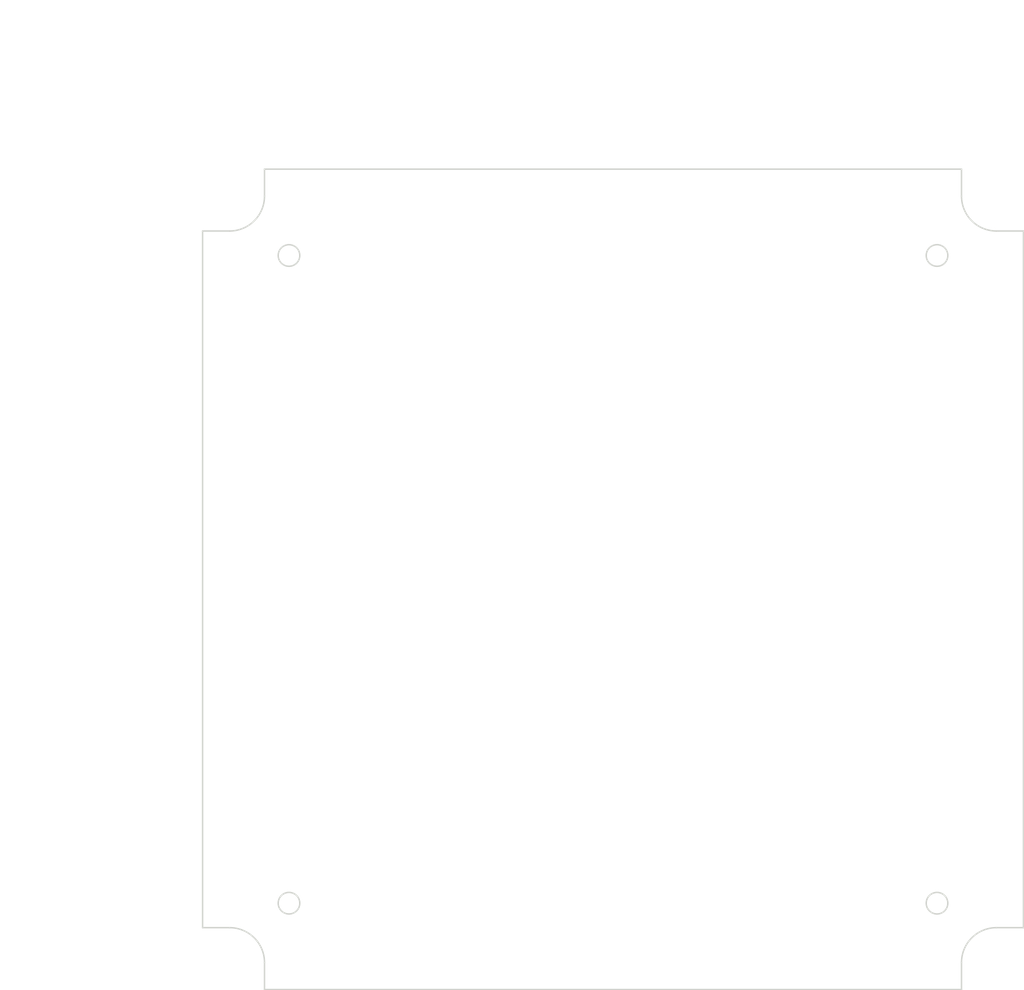
<source format=kicad_pcb>
(kicad_pcb (version 20171130) (host pcbnew "(5.1.0)-1")

  (general
    (thickness 1.6)
    (drawings 65)
    (tracks 0)
    (zones 0)
    (modules 0)
    (nets 1)
  )

  (page A4)
  (layers
    (0 F.Cu signal)
    (31 B.Cu signal)
    (32 B.Adhes user)
    (33 F.Adhes user)
    (34 B.Paste user)
    (35 F.Paste user)
    (36 B.SilkS user)
    (37 F.SilkS user)
    (38 B.Mask user)
    (39 F.Mask user)
    (40 Dwgs.User user)
    (41 Cmts.User user)
    (42 Eco1.User user)
    (43 Eco2.User user)
    (44 Edge.Cuts user)
    (45 Margin user)
    (46 B.CrtYd user)
    (47 F.CrtYd user)
    (48 B.Fab user)
    (49 F.Fab user)
  )

  (setup
    (last_trace_width 0.25)
    (trace_clearance 0.2)
    (zone_clearance 0.508)
    (zone_45_only no)
    (trace_min 0.2)
    (via_size 0.8)
    (via_drill 0.4)
    (via_min_size 0.4)
    (via_min_drill 0.3)
    (uvia_size 0.3)
    (uvia_drill 0.1)
    (uvias_allowed no)
    (uvia_min_size 0.2)
    (uvia_min_drill 0.1)
    (edge_width 0.05)
    (segment_width 0.2)
    (pcb_text_width 0.3)
    (pcb_text_size 1.5 1.5)
    (mod_edge_width 0.12)
    (mod_text_size 1 1)
    (mod_text_width 0.15)
    (pad_size 1.524 1.524)
    (pad_drill 0.762)
    (pad_to_mask_clearance 0.051)
    (solder_mask_min_width 0.25)
    (aux_axis_origin 0 0)
    (visible_elements FFFFFF7F)
    (pcbplotparams
      (layerselection 0x010fc_ffffffff)
      (usegerberextensions false)
      (usegerberattributes false)
      (usegerberadvancedattributes false)
      (creategerberjobfile false)
      (excludeedgelayer true)
      (linewidth 0.152400)
      (plotframeref false)
      (viasonmask false)
      (mode 1)
      (useauxorigin false)
      (hpglpennumber 1)
      (hpglpenspeed 20)
      (hpglpendiameter 15.000000)
      (psnegative false)
      (psa4output false)
      (plotreference true)
      (plotvalue true)
      (plotinvisibletext false)
      (padsonsilk false)
      (subtractmaskfromsilk false)
      (outputformat 1)
      (mirror false)
      (drillshape 1)
      (scaleselection 1)
      (outputdirectory ""))
  )

  (net 0 "")

  (net_class Default "This is the default net class."
    (clearance 0.2)
    (trace_width 0.25)
    (via_dia 0.8)
    (via_drill 0.4)
    (uvia_dia 0.3)
    (uvia_drill 0.1)
  )

  (gr_line (start 100.247493 152.764786) (end 100.247493 156.514786) (layer Edge.Cuts) (width 0.2))
  (gr_line (start 100.247493 156.514786) (end 197.047493 156.514786) (layer Edge.Cuts) (width 0.2))
  (gr_line (start 197.047493 156.514786) (end 197.047493 152.764786) (layer Edge.Cuts) (width 0.2))
  (gr_arc (start 201.897493 152.764786) (end 201.897493 147.914786) (angle -90) (layer Edge.Cuts) (width 0.2))
  (gr_line (start 201.897493 147.914786) (end 205.647493 147.914786) (layer Edge.Cuts) (width 0.2))
  (gr_line (start 205.647493 147.914786) (end 205.647493 51.114786) (layer Edge.Cuts) (width 0.2))
  (gr_line (start 205.647493 51.114786) (end 201.897493 51.114786) (layer Edge.Cuts) (width 0.2))
  (gr_arc (start 201.897493 46.264786) (end 197.047493 46.264786) (angle -90) (layer Edge.Cuts) (width 0.2))
  (gr_line (start 197.047493 46.264786) (end 197.047493 42.514786) (layer Edge.Cuts) (width 0.2))
  (gr_line (start 197.047493 42.514786) (end 100.247493 42.514786) (layer Edge.Cuts) (width 0.2))
  (gr_line (start 100.247493 42.514786) (end 100.247493 46.264786) (layer Edge.Cuts) (width 0.2))
  (gr_arc (start 95.397493 46.264786) (end 95.397493 51.114786) (angle -90) (layer Edge.Cuts) (width 0.2))
  (gr_line (start 95.397493 51.114786) (end 91.647493 51.114786) (layer Edge.Cuts) (width 0.2))
  (gr_line (start 91.647493 51.114786) (end 91.647493 147.914786) (layer Edge.Cuts) (width 0.2))
  (gr_line (start 91.647493 147.914786) (end 95.397493 147.914786) (layer Edge.Cuts) (width 0.2))
  (gr_arc (start 95.397493 152.764786) (end 100.247493 152.764786) (angle -90) (layer Edge.Cuts) (width 0.2))
  (gr_circle (center 103.647493 144.514786) (end 105.147493 144.514786) (layer Edge.Cuts) (width 0.2))
  (gr_circle (center 193.647493 54.514786) (end 195.147493 54.514786) (layer Edge.Cuts) (width 0.2))
  (gr_circle (center 103.647493 54.514786) (end 105.147493 54.514786) (layer Edge.Cuts) (width 0.2))
  (gr_circle (center 193.647493 144.514786) (end 195.147493 144.514786) (layer Edge.Cuts) (width 0.2))
  (gr_text [4.49] (at 68.267903 101.404247) (layer Dwgs.User)
    (effects (font (size 1.7 1.53) (thickness 0.2125)))
  )
  (gr_text " 114.00" (at 68.267903 97.846812) (layer Dwgs.User)
    (effects (font (size 1.7 1.53) (thickness 0.2125)))
  )
  (gr_line (start 68.267903 154.514786) (end 68.267903 103.072221) (layer Dwgs.User) (width 0.2))
  (gr_line (start 68.267903 44.514786) (end 68.267903 95.957351) (layer Dwgs.User) (width 0.2))
  (gr_line (start 99.247493 156.514786) (end 65.092903 156.514786) (layer Dwgs.User) (width 0.2))
  (gr_line (start 99.247493 42.514786) (end 65.092903 42.514786) (layer Dwgs.User) (width 0.2))
  (gr_text [4.49] (at 148.647493 24.17978) (layer Dwgs.User)
    (effects (font (size 1.7 1.53) (thickness 0.2125)))
  )
  (gr_text " 114.00" (at 148.647493 20.622345) (layer Dwgs.User)
    (effects (font (size 1.7 1.53) (thickness 0.2125)))
  )
  (gr_line (start 93.647493 22.290319) (end 143.942479 22.290319) (layer Dwgs.User) (width 0.2))
  (gr_line (start 203.647493 22.290319) (end 153.352507 22.290319) (layer Dwgs.User) (width 0.2))
  (gr_line (start 91.647493 50.114786) (end 91.647493 19.115319) (layer Dwgs.User) (width 0.2))
  (gr_line (start 205.647493 50.114786) (end 205.647493 19.115319) (layer Dwgs.User) (width 0.2))
  (gr_text [3.81] (at 148.647493 31.732374) (layer Dwgs.User)
    (effects (font (size 1.7 1.53) (thickness 0.2125)))
  )
  (gr_text " 96.80" (at 148.647493 28.174939) (layer Dwgs.User)
    (effects (font (size 1.7 1.53) (thickness 0.2125)))
  )
  (gr_line (start 102.247493 29.842913) (end 144.602882 29.842913) (layer Dwgs.User) (width 0.2))
  (gr_line (start 195.047493 29.842913) (end 152.692104 29.842913) (layer Dwgs.User) (width 0.2))
  (gr_line (start 100.247493 41.514786) (end 100.247493 26.667913) (layer Dwgs.User) (width 0.2))
  (gr_line (start 197.047493 41.514786) (end 197.047493 26.667913) (layer Dwgs.User) (width 0.2))
  (gr_text [3.81] (at 77.643536 101.404247) (layer Dwgs.User)
    (effects (font (size 1.7 1.53) (thickness 0.2125)))
  )
  (gr_text " 96.80" (at 77.643536 97.846812) (layer Dwgs.User)
    (effects (font (size 1.7 1.53) (thickness 0.2125)))
  )
  (gr_line (start 77.643536 145.914786) (end 77.643536 103.072221) (layer Dwgs.User) (width 0.2))
  (gr_line (start 77.643536 53.114786) (end 77.643536 95.957351) (layer Dwgs.User) (width 0.2))
  (gr_line (start 90.647493 147.914786) (end 74.468536 147.914786) (layer Dwgs.User) (width 0.2))
  (gr_line (start 90.647493 51.114786) (end 74.468536 51.114786) (layer Dwgs.User) (width 0.2))
  (gr_line (start 103.647493 54.604786) (end 103.647493 54.424786) (layer Dwgs.User) (width 0.2))
  (gr_line (start 103.557493 54.514786) (end 103.737493 54.514786) (layer Dwgs.User) (width 0.2))
  (gr_text " ∅3.00\n[∅0.12]" (at 115.487663 59.818087) (layer Dwgs.User)
    (effects (font (size 1.7 1.53) (thickness 0.2125)))
  )
  (gr_line (start 108.950794 59.818087) (end 106.122367 56.98966) (layer Dwgs.User) (width 0.2))
  (gr_line (start 110.950794 59.818087) (end 108.950794 59.818087) (layer Dwgs.User) (width 0.2))
  (gr_text [3.54] (at 85.716998 109.862655) (layer Dwgs.User)
    (effects (font (size 1.7 1.53) (thickness 0.2125)))
  )
  (gr_text " 90.00" (at 85.716998 106.30522) (layer Dwgs.User)
    (effects (font (size 1.7 1.53) (thickness 0.2125)))
  )
  (gr_line (start 85.716998 142.514786) (end 85.716998 111.530629) (layer Dwgs.User) (width 0.2))
  (gr_line (start 85.716998 56.514786) (end 85.716998 104.415759) (layer Dwgs.User) (width 0.2))
  (gr_line (start 102.647493 144.514786) (end 82.541998 144.514786) (layer Dwgs.User) (width 0.2))
  (gr_line (start 102.647493 54.514786) (end 82.541998 54.514786) (layer Dwgs.User) (width 0.2))
  (gr_text [3.54] (at 142.274103 39.284968) (layer Dwgs.User)
    (effects (font (size 1.7 1.53) (thickness 0.2125)))
  )
  (gr_text " 90.00" (at 142.274103 35.727533) (layer Dwgs.User)
    (effects (font (size 1.7 1.53) (thickness 0.2125)))
  )
  (gr_line (start 105.647493 37.395507) (end 138.229491 37.395507) (layer Dwgs.User) (width 0.2))
  (gr_line (start 191.647493 37.395507) (end 146.318714 37.395507) (layer Dwgs.User) (width 0.2))
  (gr_line (start 103.647493 53.514786) (end 103.647493 34.220507) (layer Dwgs.User) (width 0.2))
  (gr_line (start 193.647493 53.514786) (end 193.647493 34.220507) (layer Dwgs.User) (width 0.2))
  (gr_text [R0.19] (at 112.283711 151.18115) (layer Dwgs.User)
    (effects (font (size 1.7 1.53) (thickness 0.2125)))
  )
  (gr_text " R4.85" (at 112.283711 147.623714) (layer Dwgs.User)
    (effects (font (size 1.7 1.53) (thickness 0.2125)))
  )
  (gr_line (start 105.81294 149.291689) (end 101.895734 150.597906) (layer Dwgs.User) (width 0.2))
  (gr_line (start 107.81294 149.291689) (end 105.81294 149.291689) (layer Dwgs.User) (width 0.2))

)

</source>
